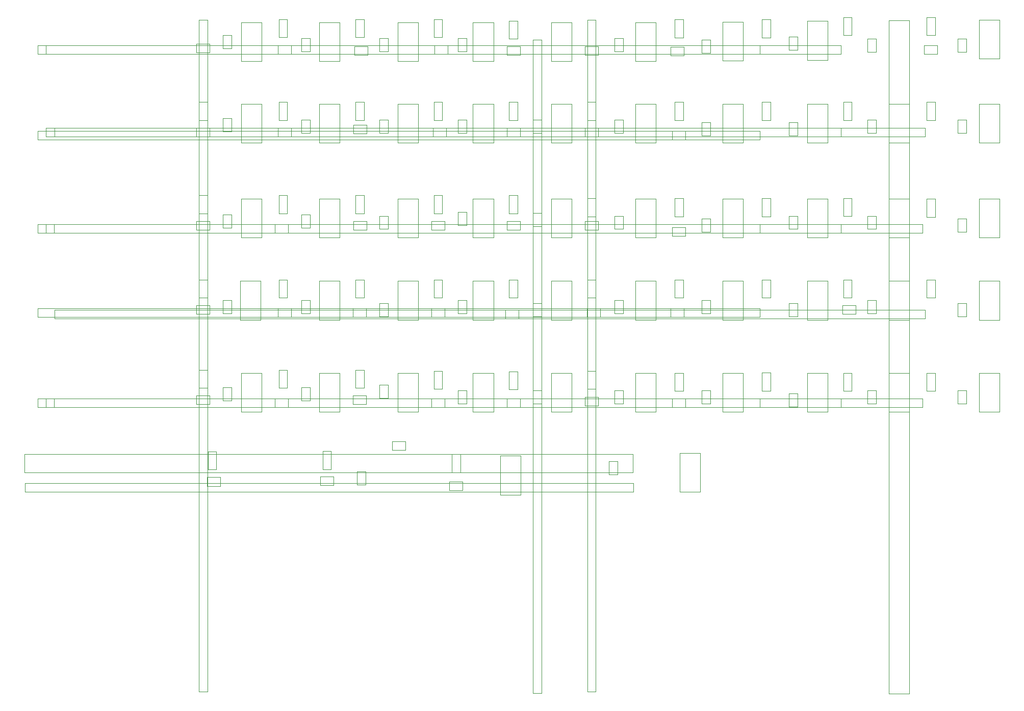
<source format=gbr>
%FSTAX25Y25*%
%MOMM*%
%SFA1B1*%

%IPPOS*%
%ADD21C,0.100000*%
%LNldo_test_mechanical_13-1*%
%LPD*%
G54D21*
X7239998Y5361896D02*
X7459997D01*
X7239998Y5216898D02*
X7459997D01*
X7239998D02*
Y5361896D01*
X7459997Y5216898D02*
Y5361896D01*
X10833999Y4814999D02*
X10978997D01*
X10833999Y5034998D02*
X10978997D01*
X10833999Y4814999D02*
Y5034998D01*
X10978997Y4814999D02*
Y5034998D01*
X11245598Y4527499D02*
Y4672497D01*
X114656Y4527499D02*
Y4672497D01*
X11245598D02*
X114656D01*
X11245598Y4527499D02*
X114656D01*
X4384997Y4622497D02*
Y4767498D01*
X4164998Y4622497D02*
Y4767498D01*
Y4622497D02*
X4384997D01*
X4164998Y4767498D02*
X4384997D01*
X8409998Y4547496D02*
Y4692497D01*
X8189998Y4547496D02*
Y4692497D01*
Y4547496D02*
X8409998D01*
X8189998Y4692497D02*
X8409998D01*
X6657497Y4639998D02*
X6802498D01*
X6657497Y4859997D02*
X6802498D01*
X6657497Y4639998D02*
Y4859997D01*
X6802498Y4639998D02*
Y4859997D01*
X6264998Y4631499D02*
Y4776497D01*
X6044999Y4631499D02*
Y4776497D01*
Y4631499D02*
X6264998D01*
X6044999Y4776497D02*
X6264998D01*
X12014997Y4527499D02*
X12354999D01*
X12014997Y5172499D02*
X12354999D01*
X12014997Y4527499D02*
Y5172499D01*
X12354999Y4527499D02*
Y5172499D01*
X16627497Y5989998D02*
X16772498D01*
X16627497Y6209997D02*
X16772498D01*
X16627497Y5989998D02*
Y6209997D01*
X16772498Y5989998D02*
Y6209997D01*
X1626Y5927498D02*
Y6072499D01*
X16039998Y5927498D02*
Y6072499D01*
Y5927498D02*
X1626D01*
X16039998Y6072499D02*
X1626D01*
X12109998Y5927498D02*
Y6072499D01*
X11889999Y5927498D02*
Y6072499D01*
Y5927498D02*
X12109998D01*
X11889999Y6072499D02*
X12109998D01*
X12377498Y5989998D02*
X12522499D01*
X12377498Y6209997D02*
X12522499D01*
X12377498Y5989998D02*
Y6209997D01*
X12522499Y5989998D02*
Y6209997D01*
X1356Y5927498D02*
Y6072499D01*
X13339998Y5927498D02*
Y6072499D01*
Y5927498D02*
X1356D01*
X13339998Y6072499D02*
X1356D01*
X13827498Y5939998D02*
X13972499D01*
X13827498Y6159997D02*
X13972499D01*
X13827498Y5939998D02*
Y6159997D01*
X13972499Y5939998D02*
Y6159997D01*
X1491Y5927498D02*
Y6072499D01*
X14689998Y5927498D02*
Y6072499D01*
Y5927498D02*
X1491D01*
X14689998Y6072499D02*
X1491D01*
X15127498Y5989998D02*
X15272499D01*
X15127498Y6209997D02*
X15272499D01*
X15127498Y5989998D02*
Y6209997D01*
X15272499Y5989998D02*
Y6209997D01*
X10659999Y5952497D02*
Y6097498D01*
X10439999Y5952497D02*
Y6097498D01*
Y5952497D02*
X10659999D01*
X10439999Y6097498D02*
X10659999D01*
X10927496Y5989998D02*
X11072497D01*
X10927496Y6209997D02*
X11072497D01*
X10927496Y5989998D02*
Y6209997D01*
X11072497Y5989998D02*
Y6209997D01*
X9359999Y5927498D02*
Y6072499D01*
X9139999Y5927498D02*
Y6072499D01*
Y5927498D02*
X9359999D01*
X9139999Y6072499D02*
X9359999D01*
X9577499Y5989998D02*
X9722497D01*
X9577499Y6209997D02*
X9722497D01*
X9577499Y5989998D02*
Y6209997D01*
X9722497Y5989998D02*
Y6209997D01*
X8327496Y5989998D02*
X8472497D01*
X8327496Y6209997D02*
X8472497D01*
X8327496Y5989998D02*
Y6209997D01*
X8472497Y5989998D02*
Y6209997D01*
X8109999Y5927498D02*
Y6072499D01*
X7889999Y5927498D02*
Y6072499D01*
Y5927498D02*
X8109999D01*
X7889999Y6072499D02*
X8109999D01*
X7027496Y6084897D02*
X7172497D01*
X7027496Y6304899D02*
X7172497D01*
X7027496Y6084897D02*
Y6304899D01*
X7172497Y6084897D02*
Y6304899D01*
X6809999Y5982497D02*
Y6127498D01*
X6589999Y5982497D02*
Y6127498D01*
Y5982497D02*
X6809999D01*
X6589999Y6127498D02*
X6809999D01*
X5727499Y6039998D02*
X5872497D01*
X5727499Y6259997D02*
X5872497D01*
X5727499Y6039998D02*
Y6259997D01*
X5872497Y6039998D02*
Y6259997D01*
X5509999Y5927498D02*
Y6072499D01*
X5289999Y5927498D02*
Y6072499D01*
Y5927498D02*
X5509999D01*
X5289999Y6072499D02*
X5509999D01*
X4427496Y6039998D02*
X4572497D01*
X4427496Y6259997D02*
X4572497D01*
X4427496Y6039998D02*
Y6259997D01*
X4572497Y6039998D02*
Y6259997D01*
X4209999Y5977498D02*
Y6122499D01*
X3989999Y5977498D02*
Y6122499D01*
Y5977498D02*
X4209999D01*
X3989999Y6122499D02*
X4209999D01*
X1631Y7402499D02*
Y7547498D01*
X16089998Y7402499D02*
Y7547498D01*
Y7402499D02*
X1631D01*
X16089998Y7547498D02*
X1631D01*
X16627497Y7439997D02*
X16772498D01*
X16627497Y7659999D02*
X16772498D01*
X16627497Y7439997D02*
Y7659999D01*
X16772498Y7439997D02*
Y7659999D01*
X15127498Y7489997D02*
X15272499D01*
X15127498Y7709999D02*
X15272499D01*
X15127498Y7489997D02*
Y7709999D01*
X15272499Y7489997D02*
Y7709999D01*
X14934999Y7477498D02*
Y7622499D01*
X14714997Y7477498D02*
Y7622499D01*
Y7477498D02*
X14934999D01*
X14714997Y7622499D02*
X14934999D01*
X1356Y7427498D02*
Y7572499D01*
X13339998Y7427498D02*
Y7572499D01*
Y7427498D02*
X1356D01*
X13339998Y7572499D02*
X1356D01*
X13827498Y7439997D02*
X13972499D01*
X13827498Y7659999D02*
X13972499D01*
X13827498Y7439997D02*
Y7659999D01*
X13972499Y7439997D02*
Y7659999D01*
X12377498Y7489997D02*
X12522499D01*
X12377498Y7709999D02*
X12522499D01*
X12377498Y7489997D02*
Y7709999D01*
X12522499Y7489997D02*
Y7709999D01*
X12084999Y7427498D02*
Y7572499D01*
X11864997Y7427498D02*
Y7572499D01*
Y7427498D02*
X12084999D01*
X11864997Y7572499D02*
X12084999D01*
X10927499Y7489997D02*
X11072497D01*
X10927499Y7709999D02*
X11072497D01*
X10927499Y7489997D02*
Y7709999D01*
X11072497Y7489997D02*
Y7709999D01*
X10689998Y7427498D02*
Y7572499D01*
X10469999Y7427498D02*
Y7572499D01*
Y7427498D02*
X10689998D01*
X10469999Y7572499D02*
X10689998D01*
X9577499Y7439997D02*
X9722497D01*
X9577499Y7659999D02*
X9722497D01*
X9577499Y7439997D02*
Y7659999D01*
X9722497Y7439997D02*
Y7659999D01*
X9334997Y7402499D02*
Y7547498D01*
X9114998Y7402499D02*
Y7547498D01*
Y7402499D02*
X9334997D01*
X9114998Y7547498D02*
X9334997D01*
X8109999Y7427498D02*
Y7572499D01*
X7889999Y7427498D02*
Y7572499D01*
Y7427498D02*
X8109999D01*
X7889999Y7572499D02*
X8109999D01*
X8327496Y7489997D02*
X8472497D01*
X8327496Y7709999D02*
X8472497D01*
X8327496Y7489997D02*
Y7709999D01*
X8472497Y7489997D02*
Y7709999D01*
X7027499Y7439997D02*
X7172497D01*
X7027499Y7659999D02*
X7172497D01*
X7027499Y7439997D02*
Y7659999D01*
X7172497Y7439997D02*
Y7659999D01*
X6809999Y7427498D02*
Y7572499D01*
X6589999Y7427498D02*
Y7572499D01*
Y7427498D02*
X6809999D01*
X6589999Y7572499D02*
X6809999D01*
X5727499Y7489997D02*
X5872497D01*
X5727499Y7709999D02*
X5872497D01*
X5727499Y7489997D02*
Y7709999D01*
X5872497Y7489997D02*
Y7709999D01*
X5559999Y7427498D02*
Y7572499D01*
X5339999Y7427498D02*
Y7572499D01*
Y7427498D02*
X5559999D01*
X5339999Y7572499D02*
X5559999D01*
X4427496Y7489997D02*
X4572497D01*
X4427496Y7709999D02*
X4572497D01*
X4427496Y7489997D02*
Y7709999D01*
X4572497Y7489997D02*
Y7709999D01*
X4209999Y7477498D02*
Y7622499D01*
X3989999Y7477498D02*
Y7622499D01*
Y7477498D02*
X4209999D01*
X3989999Y7622499D02*
X4209999D01*
X1626Y8827498D02*
Y8972499D01*
X16039998Y8827498D02*
Y8972499D01*
Y8827498D02*
X1626D01*
X16039998Y8972499D02*
X1626D01*
X16627497Y8839997D02*
X16772498D01*
X16627497Y9059999D02*
X16772498D01*
X16627497Y8839997D02*
Y9059999D01*
X16772498Y8839997D02*
Y9059999D01*
X1356Y8827498D02*
Y8972499D01*
X13339998Y8827498D02*
Y8972499D01*
Y8827498D02*
X1356D01*
X13339998Y8972499D02*
X1356D01*
X13827498Y889D02*
X13972499D01*
X13827498Y9109999D02*
X13972499D01*
X13827498Y889D02*
Y9109999D01*
X13972499Y889D02*
Y9109999D01*
X1491Y8827498D02*
Y8972499D01*
X14689998Y8827498D02*
Y8972499D01*
Y8827498D02*
X1491D01*
X14689998Y8972499D02*
X1491D01*
X15127498Y889D02*
X15272499D01*
X15127498Y9109999D02*
X15272499D01*
X15127498Y889D02*
Y9109999D01*
X15272499Y889D02*
Y9109999D01*
X8109999Y8877498D02*
Y9022499D01*
X7889999Y8877498D02*
Y9022499D01*
Y8877498D02*
X8109999D01*
X7889999Y9022499D02*
X8109999D01*
X8327496Y8957497D02*
X8472497D01*
X8327496Y9177497D02*
X8472497D01*
X8327496Y8957497D02*
Y9177497D01*
X8472497Y8957497D02*
Y9177497D01*
X9359999Y8877498D02*
Y9022499D01*
X9139999Y8877498D02*
Y9022499D01*
Y8877498D02*
X9359999D01*
X9139999Y9022499D02*
X9359999D01*
X9577499Y8939999D02*
X9722497D01*
X9577499Y9159999D02*
X9722497D01*
X9577499Y8939999D02*
Y9159999D01*
X9722497Y8939999D02*
Y9159999D01*
X10659999Y8877498D02*
Y9022499D01*
X10439999Y8877498D02*
Y9022499D01*
Y8877498D02*
X10659999D01*
X10439999Y9022499D02*
X10659999D01*
X12109998Y8777498D02*
Y8922499D01*
X11889999Y8777498D02*
Y8922499D01*
Y8777498D02*
X12109998D01*
X11889999Y8922499D02*
X12109998D01*
X10927499Y889D02*
X11072497D01*
X10927499Y9109999D02*
X11072497D01*
X10927499Y889D02*
Y9109999D01*
X11072497Y889D02*
Y9109999D01*
X12377498Y8839997D02*
X12522499D01*
X12377498Y9059999D02*
X12522499D01*
X12377498Y8839997D02*
Y9059999D01*
X12522499Y8839997D02*
Y9059999D01*
X9879998Y9397499D02*
X10219999D01*
X9879998Y8752499D02*
X10219999D01*
Y9397499*
X9879998Y8752499D02*
Y9397499D01*
X7027499Y889D02*
X7172497D01*
X7027499Y9109999D02*
X7172497D01*
X7027499Y889D02*
Y9109999D01*
X7172497Y889D02*
Y9109999D01*
X6814997Y8877498D02*
Y9022499D01*
X6594998Y8877498D02*
Y9022499D01*
Y8877498D02*
X6814997D01*
X6594998Y9022499D02*
X6814997D01*
X5509999Y8827498D02*
Y8972499D01*
X5289999Y8827498D02*
Y8972499D01*
Y8827498D02*
X5509999D01*
X5289999Y8972499D02*
X5509999D01*
X4209999Y8877498D02*
Y9022499D01*
X3989999Y8877498D02*
Y9022499D01*
Y8877498D02*
X4209999D01*
X3989999Y9022499D02*
X4209999D01*
X4427499Y8914998D02*
X4572497D01*
X4427499Y9134998D02*
X4572497D01*
X4427499Y8914998D02*
Y9134998D01*
X4572497Y8914998D02*
Y9134998D01*
X5727496Y8914998D02*
X5872497D01*
X5727496Y9134998D02*
X5872497D01*
X5727496Y8914998D02*
Y9134998D01*
X5872497Y8914998D02*
Y9134998D01*
X1631Y10427497D02*
Y10572498D01*
X16089998Y10427497D02*
Y10572498D01*
Y10427497D02*
X1631D01*
X16089998Y10572498D02*
X1631D01*
X1491Y10427497D02*
Y10572498D01*
X14689998Y10427497D02*
Y10572498D01*
Y10427497D02*
X1491D01*
X14689998Y10572498D02*
X1491D01*
X16627497Y10489999D02*
X16772498D01*
X16627497Y10709998D02*
X16772498D01*
X16627497Y10489999D02*
Y10709998D01*
X16772498Y10489999D02*
Y10709998D01*
X15127498Y10489999D02*
X15272499D01*
X15127498Y10709998D02*
X15272499D01*
X15127498Y10489999D02*
Y10709998D01*
X15272499Y10489999D02*
Y10709998D01*
X14129999Y10972497D02*
X14469999D01*
X14129999Y10327497D02*
X14469999D01*
Y10972497*
X14129999Y10327497D02*
Y10972497D01*
X13827498Y10439999D02*
X13972499D01*
X13827498Y10659999D02*
X13972499D01*
X13827498Y10439999D02*
Y10659999D01*
X13972499Y10439999D02*
Y10659999D01*
X1356Y10377497D02*
Y10522498D01*
X13339998Y10377497D02*
Y10522498D01*
Y10377497D02*
X1356D01*
X13339998Y10522498D02*
X1356D01*
X12377498Y10439999D02*
X12522499D01*
X12377498Y10659999D02*
X12522499D01*
X12377498Y10439999D02*
Y10659999D01*
X12522499Y10439999D02*
Y10659999D01*
X12109998Y10377497D02*
Y10522498D01*
X11889999Y10377497D02*
Y10522498D01*
Y10377497D02*
X12109998D01*
X11889999Y10522498D02*
X12109998D01*
X10927499Y10489999D02*
X11072497D01*
X10927499Y10709998D02*
X11072497D01*
X10927499Y10489999D02*
Y10709998D01*
X11072497Y10489999D02*
Y10709998D01*
X10659999Y10427497D02*
Y10572498D01*
X10439999Y10427497D02*
Y10572498D01*
Y10427497D02*
X10659999D01*
X10439999Y10572498D02*
X10659999D01*
X9577499Y10489999D02*
X9722497D01*
X9577499Y10709998D02*
X9722497D01*
X9577499Y10489999D02*
Y10709998D01*
X9722497Y10489999D02*
Y10709998D01*
X9359999Y10427497D02*
Y10572498D01*
X9139999Y10427497D02*
Y10572498D01*
Y10427497D02*
X9359999D01*
X9139999Y10572498D02*
X9359999D01*
X11929999Y10999998D02*
X12069998D01*
X11929999Y10699998D02*
X12069998D01*
X11929999D02*
Y10999998D01*
X12069998Y10699998D02*
Y10999998D01*
X8327496Y10489999D02*
X8472497D01*
X8327496Y10709998D02*
X8472497D01*
X8327496Y10489999D02*
Y10709998D01*
X8472497Y10489999D02*
Y10709998D01*
X8139998Y10427497D02*
Y10572498D01*
X7919999Y10427497D02*
Y10572498D01*
Y10427497D02*
X8139998D01*
X7919999Y10572498D02*
X8139998D01*
X7027499Y10489999D02*
X7172497D01*
X7027499Y10709998D02*
X7172497D01*
X7027499Y10489999D02*
Y10709998D01*
X7172497Y10489999D02*
Y10709998D01*
X6814997Y10477497D02*
Y10622498D01*
X6594998Y10477497D02*
Y10622498D01*
Y10477497D02*
X6814997D01*
X6594998Y10622498D02*
X6814997D01*
X5727499Y10489999D02*
X5872497D01*
X5727499Y10709998D02*
X5872497D01*
X5727499Y10489999D02*
Y10709998D01*
X5872497Y10489999D02*
Y10709998D01*
X5559999Y10427497D02*
Y10572498D01*
X5339999Y10427497D02*
Y10572498D01*
Y10427497D02*
X5559999D01*
X5339999Y10572498D02*
X5559999D01*
X4427496Y10514998D02*
X4572497D01*
X4427496Y10734997D02*
X4572497D01*
X4427496Y10514998D02*
Y10734997D01*
X4572497Y10514998D02*
Y10734997D01*
X4209999Y10427497D02*
Y10572498D01*
X3989999Y10427497D02*
Y10572498D01*
Y10427497D02*
X4209999D01*
X3989999Y10572498D02*
X4209999D01*
X6029998Y10972497D02*
X6369999D01*
X6029998Y10327497D02*
X6369999D01*
Y10972497*
X6029998Y10327497D02*
Y10972497D01*
X5354998Y10999998D02*
X5494997D01*
X5354998Y10699998D02*
X5494997D01*
X5354998D02*
Y10999998D01*
X5494997Y10699998D02*
Y10999998D01*
X4729998Y10972497D02*
X5069997D01*
X4729998Y10327497D02*
X5069997D01*
Y10972497*
X4729998Y10327497D02*
Y10972497D01*
X16627497Y11834997D02*
X16772498D01*
X16627497Y12054997D02*
X16772498D01*
X16627497Y11834997D02*
Y12054997D01*
X16772498Y11834997D02*
Y12054997D01*
X16292197Y11797497D02*
Y11942498D01*
X16072197Y11797497D02*
Y11942498D01*
Y11797497D02*
X16292197D01*
X16072197Y11942498D02*
X16292197D01*
X15127498Y11834997D02*
X15272499D01*
X15127498Y12054997D02*
X15272499D01*
X15127498Y11834997D02*
Y12054997D01*
X15272499Y11834997D02*
Y12054997D01*
X1491Y11797497D02*
Y11942498D01*
X14689998Y11797497D02*
Y11942498D01*
Y11797497D02*
X1491D01*
X14689998Y11942498D02*
X1491D01*
X16979999Y12367498D02*
X17319998D01*
X16979999Y11722498D02*
X17319998D01*
Y12367498*
X16979999Y11722498D02*
Y12367498D01*
X16112197Y12410498D02*
X16252197D01*
X16112197Y12110499D02*
X16252197D01*
X16112197D02*
Y12410498D01*
X16252197Y12110499D02*
Y12410498D01*
X14729998D02*
X14869998D01*
X14729998Y12110499D02*
X14869998D01*
X14729998D02*
Y12410498D01*
X14869998Y12110499D02*
Y12410498D01*
X15485597Y12354399D02*
X15825599D01*
X15485597Y117094D02*
X15825599D01*
Y12354399*
X15485597Y117094D02*
Y12354399D01*
X13827498Y11862498D02*
X13972499D01*
X13827498Y12082498D02*
X13972499D01*
X13827498Y11862498D02*
Y12082498D01*
X13972499Y11862498D02*
Y12082498D01*
X9359999Y11777499D02*
Y11922498D01*
X9139999Y11777499D02*
Y11922498D01*
Y11777499D02*
X9359999D01*
X9139999Y11922498D02*
X9359999D01*
X14129999Y12344999D02*
X14469999D01*
X14129999Y11699999D02*
X14469999D01*
Y12344999*
X14129999Y11699999D02*
Y12344999D01*
X1356Y11799996D02*
Y11944997D01*
X13339998Y11799996D02*
Y11944997D01*
Y11799996D02*
X1356D01*
X13339998Y11944997D02*
X1356D01*
X12377498Y11812498D02*
X12522499D01*
X12377498Y12032498D02*
X12522499D01*
X12377498Y11812498D02*
Y12032498D01*
X12522499Y11812498D02*
Y12032498D01*
X12723497Y12331898D02*
X13063496D01*
X12723497Y11686898D02*
X13063496D01*
Y12331898*
X12723497Y11686898D02*
Y12331898D01*
X10479999Y12364999D02*
X10619999D01*
X10479999Y12065D02*
X10619999D01*
X10479999D02*
Y12364999D01*
X10619999Y12065D02*
Y12364999D01*
X12084999Y11774998D02*
Y11919999D01*
X11864997Y11774998D02*
Y11919999D01*
Y11774998D02*
X12084999D01*
X11864997Y11919999D02*
X12084999D01*
X11279997Y12322497D02*
X11619999D01*
X11279997Y11677497D02*
X11619999D01*
Y12322497*
X11279997Y11677497D02*
Y12322497D01*
X9879998D02*
X10219999D01*
X9879998Y11677497D02*
X10219999D01*
Y12322497*
X9879998Y11677497D02*
Y12322497D01*
X9179999Y12349998D02*
X9319999D01*
X9179999Y12049998D02*
X9319999D01*
X9179999D02*
Y12349998D01*
X9319999Y12049998D02*
Y12349998D01*
X7929999Y12374999D02*
X8069999D01*
X7929999Y12074999D02*
X8069999D01*
X7929999D02*
Y12374999D01*
X8069999Y12074999D02*
Y12374999D01*
X8579998Y12322497D02*
X8919999D01*
X8579998Y11677497D02*
X8919999D01*
Y12322497*
X8579998Y11677497D02*
Y12322497D01*
X7329998D02*
X7669999D01*
X7329998Y11677497D02*
X7669999D01*
Y12322497*
X7329998Y11677497D02*
Y12322497D01*
X6029998D02*
X6369999D01*
X6029998Y11677497D02*
X6369999D01*
Y12322497*
X6029998Y11677497D02*
Y12322497D01*
X5354998Y12374999D02*
X5494997D01*
X5354998Y12074999D02*
X5494997D01*
X5354998D02*
Y12374999D01*
X5494997Y12074999D02*
Y12374999D01*
X4029999Y12364999D02*
X4169999D01*
X4029999Y12065D02*
X4169999D01*
X4029999D02*
Y12364999D01*
X4169999Y12065D02*
Y12364999D01*
X4729998Y12322497D02*
X5069997D01*
X4729998Y11677497D02*
X5069997D01*
Y12322497*
X4729998Y11677497D02*
Y12322497D01*
X10927496Y11839999D02*
X11072497D01*
X10927496Y12059998D02*
X11072497D01*
X10927496Y11839999D02*
Y12059998D01*
X11072497Y11839999D02*
Y12059998D01*
X10659999Y11777499D02*
Y11922498D01*
X10439999Y11777499D02*
Y11922498D01*
Y11777499D02*
X10659999D01*
X10439999Y11922498D02*
X10659999D01*
X9577499Y11815D02*
X9722497D01*
X9577499Y12034997D02*
X9722497D01*
X9577499Y11815D02*
Y12034997D01*
X9722497Y11815D02*
Y12034997D01*
X7939999Y11944997D02*
X8159998D01*
X7939999Y11799996D02*
X8159998D01*
X7939999D02*
Y11944997D01*
X8159998Y11799996D02*
Y11944997D01*
X6614998Y11922498D02*
X6834997D01*
X6614998Y11777499D02*
X6834997D01*
X6614998D02*
Y11922498D01*
X6834997Y11777499D02*
Y11922498D01*
X7172497Y11839999D02*
Y12059998D01*
X7027496Y11839999D02*
Y12059998D01*
X7172497*
X7027496Y11839999D02*
X7172497D01*
X8472497Y11837499D02*
Y12057499D01*
X8327496Y11837499D02*
Y12057499D01*
X8472497*
X8327496Y11837499D02*
X8472497D01*
X4319998Y4894996D02*
Y5194998D01*
X4179999Y4894996D02*
Y5194998D01*
Y4894996D02*
X4319998D01*
X4179999Y5194998D02*
X4319998D01*
X6769999Y12074999D02*
Y12374999D01*
X6629999Y12074999D02*
Y12374999D01*
Y12074999D02*
X6769999D01*
X6629999Y12374999D02*
X6769999D01*
X5872497Y11839999D02*
Y12059998D01*
X5727496Y11839999D02*
Y12059998D01*
X5872497*
X5727496Y11839999D02*
X5872497D01*
X5339999Y11944997D02*
X5559999D01*
X5339999Y11799999D02*
X5559999D01*
X5339999D02*
Y11944997D01*
X5559999Y11799999D02*
Y11944997D01*
X3989999Y11970799D02*
X4209996D01*
X3989999Y11825798D02*
X4209996D01*
X3989999D02*
Y11970799D01*
X4209996Y11825798D02*
Y11970799D01*
X4572497Y11889999D02*
Y12109998D01*
X4427496Y11889999D02*
Y12109998D01*
X4572497*
X4427496Y11889999D02*
X4572497D01*
X6029998Y8752499D02*
Y9397499D01*
X6369999Y8752499D02*
Y9397499D01*
X6029998Y8752499D02*
X6369999D01*
X6029998Y9397499D02*
X6369999D01*
X5494997Y9149999D02*
Y9449998D01*
X5354998Y9149999D02*
Y9449998D01*
Y9149999D02*
X5494997D01*
X5354998Y9449998D02*
X5494997D01*
X4729998Y8752499D02*
Y9397499D01*
X5069997Y8752499D02*
Y9397499D01*
X4729998Y8752499D02*
X5069997D01*
X4729998Y9397499D02*
X5069997D01*
X4169999Y9149999D02*
Y9449998D01*
X4029999Y9149999D02*
Y9449998D01*
Y9149999D02*
X4169999D01*
X4029999Y9449998D02*
X4169999D01*
X12723497Y8752499D02*
Y9397499D01*
X13063496Y8752499D02*
Y9397499D01*
X12723497Y8752499D02*
X13063496D01*
X12723497Y9397499D02*
X13063496D01*
X12069998Y9099999D02*
Y9399998D01*
X11929999Y9099999D02*
Y9399998D01*
Y9099999D02*
X12069998D01*
X11929999Y9399998D02*
X12069998D01*
X11279997Y8752499D02*
Y9397499D01*
X11619999Y8752499D02*
Y9397499D01*
X11279997Y8752499D02*
X11619999D01*
X11279997Y9397499D02*
X11619999D01*
X10619999Y9099999D02*
Y9399998D01*
X10479999Y9099999D02*
Y9399998D01*
Y9099999D02*
X10619999D01*
X10479999Y9399998D02*
X10619999D01*
X9319999Y9149999D02*
Y9449998D01*
X9179999Y9149999D02*
Y9449998D01*
Y9149999D02*
X9319999D01*
X9179999Y9449998D02*
X9319999D01*
X8579998Y8752499D02*
Y9397499D01*
X8919999Y8752499D02*
Y9397499D01*
X8579998Y8752499D02*
X8919999D01*
X8579998Y9397499D02*
X8919999D01*
X8069999Y9149999D02*
Y9449998D01*
X7929999Y9149999D02*
Y9449998D01*
Y9149999D02*
X8069999D01*
X7929999Y9449998D02*
X8069999D01*
X7329998Y8752499D02*
Y9397499D01*
X7669999Y8752499D02*
Y9397499D01*
X7329998Y8752499D02*
X7669999D01*
X7329998Y9397499D02*
X7669999D01*
X6769999Y9149999D02*
Y9449998D01*
X6629999Y9149999D02*
Y9449998D01*
Y9149999D02*
X6769999D01*
X6629999Y9449998D02*
X6769999D01*
X15485597Y8752499D02*
Y9397499D01*
X15825599Y8752499D02*
Y9397499D01*
X15485597Y8752499D02*
X15825599D01*
X15485597Y9397499D02*
X15825599D01*
X14869998Y9104998D02*
Y9404997D01*
X14729998Y9104998D02*
Y9404997D01*
Y9104998D02*
X14869998D01*
X14729998Y9404997D02*
X14869998D01*
X14129999Y8752499D02*
Y9397499D01*
X14469999Y8752499D02*
Y9397499D01*
X14129999Y8752499D02*
X14469999D01*
X14129999Y9397499D02*
X14469999D01*
X13519998Y9099999D02*
Y9399998D01*
X13379998Y9099999D02*
Y9399998D01*
Y9099999D02*
X13519998D01*
X13379998Y9399998D02*
X13519998D01*
X8579998Y7382499D02*
Y8027499D01*
X8919999Y7382499D02*
Y8027499D01*
X8579998Y7382499D02*
X8919999D01*
X8579998Y8027499D02*
X8919999D01*
X8069999Y7749999D02*
Y8049999D01*
X7929999Y7749999D02*
Y8049999D01*
Y7749999D02*
X8069999D01*
X7929999Y8049999D02*
X8069999D01*
X7329998Y7382499D02*
Y8027499D01*
X7669999Y7382499D02*
Y8027499D01*
X7329998Y7382499D02*
X7669999D01*
X7329998Y8027499D02*
X7669999D01*
X6769999Y7749999D02*
Y8049999D01*
X6629999Y7749999D02*
Y8049999D01*
Y7749999D02*
X6769999D01*
X6629999Y8049999D02*
X6769999D01*
X6029998Y7382499D02*
Y8027499D01*
X6369999Y7382499D02*
Y8027499D01*
X6029998Y7382499D02*
X6369999D01*
X6029998Y8027499D02*
X6369999D01*
X5494997Y7749999D02*
Y8049999D01*
X5354998Y7749999D02*
Y8049999D01*
Y7749999D02*
X5494997D01*
X5354998Y8049999D02*
X5494997D01*
X4717498Y7382499D02*
Y8027499D01*
X5057498Y7382499D02*
Y8027499D01*
X4717498Y7382499D02*
X5057498D01*
X4717498Y8027499D02*
X5057498D01*
X4169999Y7749999D02*
Y8049999D01*
X4029999Y7749999D02*
Y8049999D01*
Y7749999D02*
X4169999D01*
X4029999Y8049999D02*
X4169999D01*
X16979999Y8752499D02*
Y9397499D01*
X17319998Y8752499D02*
Y9397499D01*
X16979999Y8752499D02*
X17319998D01*
X16979999Y9397499D02*
X17319998D01*
X16252197Y9092498D02*
Y9392498D01*
X16112197Y9092498D02*
Y9392498D01*
Y9092498D02*
X16252197D01*
X16112197Y9392498D02*
X16252197D01*
X11279997Y7382499D02*
Y8027499D01*
X11619999Y7382499D02*
Y8027499D01*
X11279997Y7382499D02*
X11619999D01*
X11279997Y8027499D02*
X11619999D01*
X10619999Y7749999D02*
Y8049999D01*
X10479999Y7749999D02*
Y8049999D01*
Y7749999D02*
X10619999D01*
X10479999Y8049999D02*
X10619999D01*
X9879998Y7382499D02*
Y8027499D01*
X10219999Y7382499D02*
Y8027499D01*
X9879998Y7382499D02*
X10219999D01*
X9879998Y8027499D02*
X10219999D01*
X9319999Y7749999D02*
Y8049999D01*
X9179999Y7749999D02*
Y8049999D01*
Y7749999D02*
X9319999D01*
X9179999Y8049999D02*
X9319999D01*
X4729998Y5852497D02*
Y6497497D01*
X5069997Y5852497D02*
Y6497497D01*
X4729998Y5852497D02*
X5069997D01*
X4729998Y6497497D02*
X5069997D01*
X4169999Y6249997D02*
Y6549999D01*
X4029999Y6249997D02*
Y6549999D01*
Y6249997D02*
X4169999D01*
X4029999Y6549999D02*
X4169999D01*
X16979999Y7382499D02*
Y8027499D01*
X17319998Y7382499D02*
Y8027499D01*
X16979999Y7382499D02*
X17319998D01*
X16979999Y8027499D02*
X17319998D01*
X16252197Y7749999D02*
Y8049999D01*
X16112197Y7749999D02*
Y8049999D01*
Y7749999D02*
X16252197D01*
X16112197Y8049999D02*
X16252197D01*
X15485597Y7382499D02*
Y8027499D01*
X15825599Y7382499D02*
Y8027499D01*
X15485597Y7382499D02*
X15825599D01*
X15485597Y8027499D02*
X15825599D01*
X14869998Y7749999D02*
Y8049999D01*
X14729998Y7749999D02*
Y8049999D01*
Y7749999D02*
X14869998D01*
X14729998Y8049999D02*
X14869998D01*
X14129999Y7382499D02*
Y8027499D01*
X14469999Y7382499D02*
Y8027499D01*
X14129999Y7382499D02*
X14469999D01*
X14129999Y8027499D02*
X14469999D01*
X13519998Y7749999D02*
Y8049999D01*
X13379998Y7749999D02*
Y8049999D01*
Y7749999D02*
X13519998D01*
X13379998Y8049999D02*
X13519998D01*
X12723497Y7382499D02*
Y8027499D01*
X13063496Y7382499D02*
Y8027499D01*
X12723497Y7382499D02*
X13063496D01*
X12723497Y8027499D02*
X13063496D01*
X12069998Y7749999D02*
Y8049999D01*
X11929999Y7749999D02*
Y8049999D01*
Y7749999D02*
X12069998D01*
X11929999Y8049999D02*
X12069998D01*
X7329998Y5852497D02*
Y6497497D01*
X7669999Y5852497D02*
Y6497497D01*
X7329998Y5852497D02*
X7669999D01*
X7329998Y6497497D02*
X7669999D01*
X6769999Y6249997D02*
Y6549999D01*
X6629999Y6249997D02*
Y6549999D01*
Y6249997D02*
X6769999D01*
X6629999Y6549999D02*
X6769999D01*
X6029998Y5852497D02*
Y6497497D01*
X6369999Y5852497D02*
Y6497497D01*
X6029998Y5852497D02*
X6369999D01*
X6029998Y6497497D02*
X6369999D01*
X5494997Y6249997D02*
Y6549999D01*
X5354998Y6249997D02*
Y6549999D01*
Y6249997D02*
X5494997D01*
X5354998Y6549999D02*
X5494997D01*
X14129999Y5852497D02*
Y6497497D01*
X14469999Y5852497D02*
Y6497497D01*
X14129999Y5852497D02*
X14469999D01*
X14129999Y6497497D02*
X14469999D01*
X13519998Y6204999D02*
Y6504998D01*
X13379998Y6204999D02*
Y6504998D01*
Y6204999D02*
X13519998D01*
X13379998Y6504998D02*
X13519998D01*
X12723497Y5852497D02*
Y6497497D01*
X13063496Y5852497D02*
Y6497497D01*
X12723497Y5852497D02*
X13063496D01*
X12723497Y6497497D02*
X13063496D01*
X12069998Y6199997D02*
Y6499999D01*
X11929999Y6199997D02*
Y6499999D01*
Y6199997D02*
X12069998D01*
X11929999Y6499999D02*
X12069998D01*
X11279997Y5852497D02*
Y6497497D01*
X11619999Y5852497D02*
Y6497497D01*
X11279997Y5852497D02*
X11619999D01*
X11279997Y6497497D02*
X11619999D01*
X10619999Y6233698D02*
Y6533697D01*
X10479999Y6233698D02*
Y6533697D01*
Y6233698D02*
X10619999D01*
X10479999Y6533697D02*
X10619999D01*
X9879998Y5852497D02*
Y6497497D01*
X10219999Y5852497D02*
Y6497497D01*
X9879998Y5852497D02*
X10219999D01*
X9879998Y6497497D02*
X10219999D01*
X9319999Y6227399D02*
Y6527398D01*
X9179999Y6227399D02*
Y6527398D01*
Y6227399D02*
X9319999D01*
X9179999Y6527398D02*
X9319999D01*
X8579998Y5852497D02*
Y6497497D01*
X8919999Y5852497D02*
Y6497497D01*
X8579998Y5852497D02*
X8919999D01*
X8579998Y6497497D02*
X8919999D01*
X8069999Y6233698D02*
Y6533697D01*
X7929999Y6233698D02*
Y6533697D01*
Y6233698D02*
X8069999D01*
X7929999Y6533697D02*
X8069999D01*
X16979999Y5852497D02*
Y6497497D01*
X17319998Y5852497D02*
Y6497497D01*
X16979999Y5852497D02*
X17319998D01*
X16979999Y6497497D02*
X17319998D01*
X16252197Y6199997D02*
Y6499999D01*
X16112197Y6199997D02*
Y6499999D01*
Y6199997D02*
X16252197D01*
X16112197Y6499999D02*
X16252197D01*
X15485597Y5852497D02*
Y6497497D01*
X15825599Y5852497D02*
Y6497497D01*
X15485597Y5852497D02*
X15825599D01*
X15485597Y6497497D02*
X15825599D01*
X14869998Y6199997D02*
Y6499999D01*
X14729998Y6199997D02*
Y6499999D01*
Y6199997D02*
X14869998D01*
X14729998Y6499999D02*
X14869998D01*
X6224998Y4899997D02*
Y5199999D01*
X6084999Y4899997D02*
Y5199999D01*
Y4899997D02*
X6224998D01*
X6084999Y5199999D02*
X6224998D01*
X9029999Y4477499D02*
Y5122499D01*
X9369999Y4477499D02*
Y5122499D01*
X9029999Y4477499D02*
X9369999D01*
X9029999Y5122499D02*
X9369999D01*
X8369998Y4849997D02*
Y5149999D01*
X8229998Y4849997D02*
Y5149999D01*
Y4849997D02*
X8369998D01*
X8229998Y5149999D02*
X8369998D01*
X13519998Y12072498D02*
Y12372497D01*
X13379998Y12072498D02*
Y12372497D01*
Y12072498D02*
X13519998D01*
X13379998Y12372497D02*
X13519998D01*
X12069998Y12072498D02*
Y12372497D01*
X11929999Y12072498D02*
Y12372497D01*
Y12072498D02*
X12069998D01*
X11929999Y12372497D02*
X12069998D01*
X113756Y4849997D02*
Y5149999D01*
X11235598Y4849997D02*
Y5149999D01*
Y4849997D02*
X113756D01*
X11235598Y5149999D02*
X113756D01*
X4169999Y10699998D02*
Y10999998D01*
X4029999Y10699998D02*
Y10999998D01*
Y10699998D02*
X4169999D01*
X4029999Y10999998D02*
X4169999D01*
X8579998Y10327497D02*
Y10972497D01*
X8919999Y10327497D02*
Y10972497D01*
X8579998Y10327497D02*
X8919999D01*
X8579998Y10972497D02*
X8919999D01*
X8069999Y10699998D02*
Y10999998D01*
X7929999Y10699998D02*
Y10999998D01*
Y10699998D02*
X8069999D01*
X7929999Y10999998D02*
X8069999D01*
X7329998Y10327497D02*
Y10972497D01*
X7669999Y10327497D02*
Y10972497D01*
X7329998Y10327497D02*
X7669999D01*
X7329998Y10972497D02*
X7669999D01*
X6769999Y10699998D02*
Y10999998D01*
X6629999Y10699998D02*
Y10999998D01*
Y10699998D02*
X6769999D01*
X6629999Y10999998D02*
X6769999D01*
X11279997Y10327497D02*
Y10972497D01*
X11619999Y10327497D02*
Y10972497D01*
X11279997Y10327497D02*
X11619999D01*
X11279997Y10972497D02*
X11619999D01*
X10619999Y10699998D02*
Y10999998D01*
X10479999Y10699998D02*
Y10999998D01*
Y10699998D02*
X10619999D01*
X10479999Y10999998D02*
X10619999D01*
X9879998Y10327497D02*
Y10972497D01*
X10219999Y10327497D02*
Y10972497D01*
X9879998Y10327497D02*
X10219999D01*
X9879998Y10972497D02*
X10219999D01*
X9319999Y10699998D02*
Y10999998D01*
X9179999Y10699998D02*
Y10999998D01*
Y10699998D02*
X9319999D01*
X9179999Y10999998D02*
X9319999D01*
X13519998Y10699998D02*
Y10999998D01*
X13379998Y10699998D02*
Y10999998D01*
Y10699998D02*
X13519998D01*
X13379998Y10999998D02*
X13519998D01*
X12723497Y10327497D02*
Y10972497D01*
X13063496Y10327497D02*
Y10972497D01*
X12723497Y10327497D02*
X13063496D01*
X12723497Y10972497D02*
X13063496D01*
X16979999Y10327497D02*
Y10972497D01*
X17319998Y10327497D02*
Y10972497D01*
X16979999Y10327497D02*
X17319998D01*
X16979999Y10972497D02*
X17319998D01*
X16252197Y10699998D02*
Y10999998D01*
X16112197Y10699998D02*
Y10999998D01*
Y10699998D02*
X16252197D01*
X16112197Y10999998D02*
X16252197D01*
X15485597Y10327497D02*
Y10972497D01*
X15825599Y10327497D02*
Y10972497D01*
X15485597Y10327497D02*
X15825599D01*
X15485597Y10972497D02*
X15825599D01*
X14869998Y10699998D02*
Y10999998D01*
X14729998Y10699998D02*
Y10999998D01*
Y10699998D02*
X14869998D01*
X14729998Y10999998D02*
X14869998D01*
M02*
</source>
